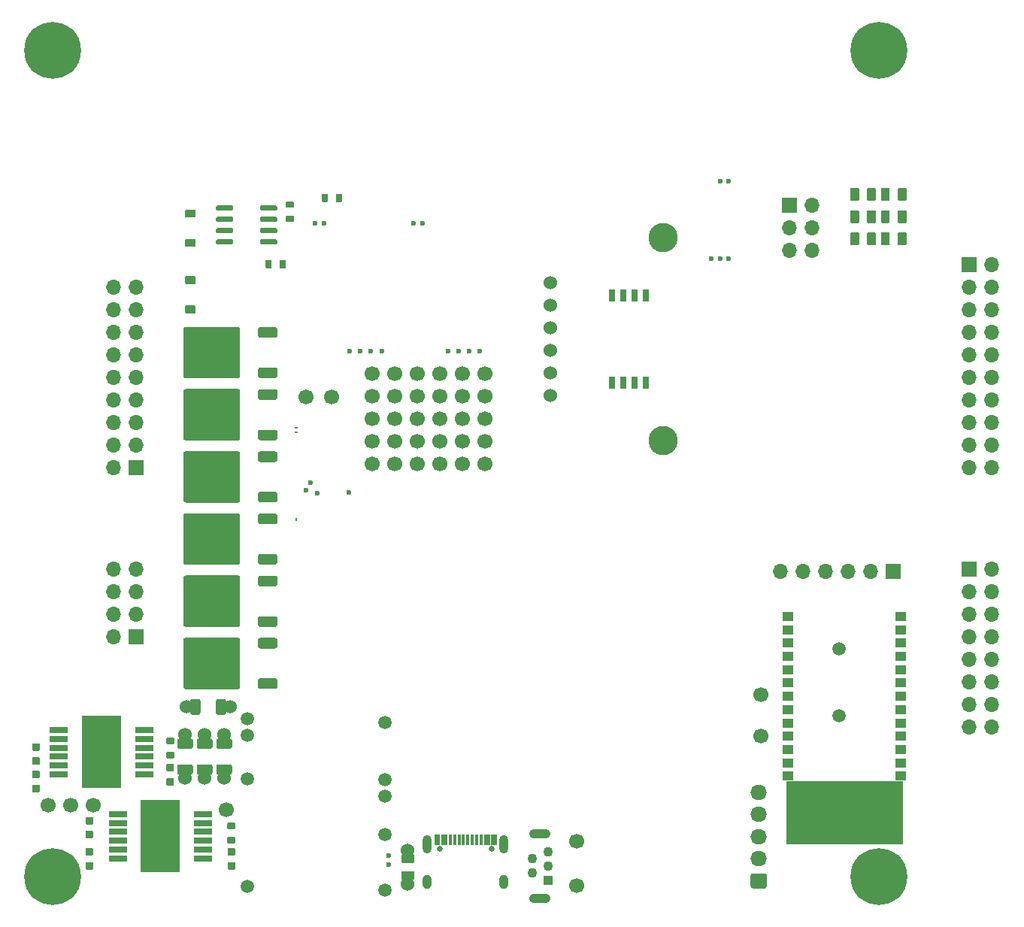
<source format=gts>
G04 #@! TF.GenerationSoftware,KiCad,Pcbnew,8.0.5-8.0.5-0~ubuntu22.04.1*
G04 #@! TF.CreationDate,2024-10-08T11:15:23+00:00*
G04 #@! TF.ProjectId,uefi2,75656669-322e-46b6-9963-61645f706362,C*
G04 #@! TF.SameCoordinates,Original*
G04 #@! TF.FileFunction,Soldermask,Top*
G04 #@! TF.FilePolarity,Negative*
%FSLAX46Y46*%
G04 Gerber Fmt 4.6, Leading zero omitted, Abs format (unit mm)*
G04 Created by KiCad (PCBNEW 8.0.5-8.0.5-0~ubuntu22.04.1) date 2024-10-08 11:15:23*
%MOMM*%
%LPD*%
G01*
G04 APERTURE LIST*
%ADD10C,0.120000*%
%ADD11C,1.700000*%
%ADD12R,1.700000X1.700000*%
%ADD13O,1.700000X1.700000*%
%ADD14C,0.800000*%
%ADD15C,6.400000*%
%ADD16C,1.524000*%
%ADD17O,1.850000X1.700000*%
%ADD18C,0.600000*%
%ADD19R,1.100000X1.100000*%
%ADD20C,1.100000*%
%ADD21O,2.400000X1.100000*%
%ADD22C,1.500000*%
%ADD23O,0.250000X0.499999*%
%ADD24O,0.499999X0.250000*%
%ADD25C,0.599999*%
%ADD26R,1.300000X1.000000*%
%ADD27R,2.000000X0.650000*%
%ADD28R,4.500000X8.100000*%
%ADD29C,0.650000*%
%ADD30R,0.300000X1.150000*%
%ADD31O,1.000000X2.100000*%
%ADD32O,1.000000X1.600000*%
%ADD33C,3.302000*%
%ADD34R,0.690000X1.350000*%
G04 APERTURE END LIST*
D10*
G04 #@! TO.C,U5*
X99150000Y7225000D02*
X86150000Y7225000D01*
X86150000Y14225000D01*
X99150000Y14225000D01*
X99150000Y7225000D01*
G36*
X99150000Y7225000D02*
G01*
X86150000Y7225000D01*
X86150000Y14225000D01*
X99150000Y14225000D01*
X99150000Y7225000D01*
G37*
G04 #@! TD*
G04 #@! TO.C,R40*
G36*
G01*
X96744378Y74691400D02*
X96744378Y75941400D01*
G75*
G02*
X96844378Y76041400I100000J0D01*
G01*
X97644378Y76041400D01*
G75*
G02*
X97744378Y75941400I0J-100000D01*
G01*
X97744378Y74691400D01*
G75*
G02*
X97644378Y74591400I-100000J0D01*
G01*
X96844378Y74591400D01*
G75*
G02*
X96744378Y74691400I0J100000D01*
G01*
G37*
G36*
G01*
X98644400Y74691400D02*
X98644400Y75941400D01*
G75*
G02*
X98744400Y76041400I100000J0D01*
G01*
X99544400Y76041400D01*
G75*
G02*
X99644400Y75941400I0J-100000D01*
G01*
X99644400Y74691400D01*
G75*
G02*
X99544400Y74591400I-100000J0D01*
G01*
X98744400Y74591400D01*
G75*
G02*
X98644400Y74691400I0J100000D01*
G01*
G37*
G04 #@! TD*
G04 #@! TO.C,U7*
G36*
G01*
X28775000Y75110000D02*
X28775000Y74810000D01*
G75*
G02*
X28625000Y74660000I-150000J0D01*
G01*
X26975000Y74660000D01*
G75*
G02*
X26825000Y74810000I0J150000D01*
G01*
X26825000Y75110000D01*
G75*
G02*
X26975000Y75260000I150000J0D01*
G01*
X28625000Y75260000D01*
G75*
G02*
X28775000Y75110000I0J-150000D01*
G01*
G37*
G36*
G01*
X28775000Y76380000D02*
X28775000Y76080000D01*
G75*
G02*
X28625000Y75930000I-150000J0D01*
G01*
X26975000Y75930000D01*
G75*
G02*
X26825000Y76080000I0J150000D01*
G01*
X26825000Y76380000D01*
G75*
G02*
X26975000Y76530000I150000J0D01*
G01*
X28625000Y76530000D01*
G75*
G02*
X28775000Y76380000I0J-150000D01*
G01*
G37*
G36*
G01*
X28775000Y77650000D02*
X28775000Y77350000D01*
G75*
G02*
X28625000Y77200000I-150000J0D01*
G01*
X26975000Y77200000D01*
G75*
G02*
X26825000Y77350000I0J150000D01*
G01*
X26825000Y77650000D01*
G75*
G02*
X26975000Y77800000I150000J0D01*
G01*
X28625000Y77800000D01*
G75*
G02*
X28775000Y77650000I0J-150000D01*
G01*
G37*
G36*
G01*
X28775000Y78920000D02*
X28775000Y78620000D01*
G75*
G02*
X28625000Y78470000I-150000J0D01*
G01*
X26975000Y78470000D01*
G75*
G02*
X26825000Y78620000I0J150000D01*
G01*
X26825000Y78920000D01*
G75*
G02*
X26975000Y79070000I150000J0D01*
G01*
X28625000Y79070000D01*
G75*
G02*
X28775000Y78920000I0J-150000D01*
G01*
G37*
G36*
G01*
X23825000Y78920000D02*
X23825000Y78620000D01*
G75*
G02*
X23675000Y78470000I-150000J0D01*
G01*
X22025000Y78470000D01*
G75*
G02*
X21875000Y78620000I0J150000D01*
G01*
X21875000Y78920000D01*
G75*
G02*
X22025000Y79070000I150000J0D01*
G01*
X23675000Y79070000D01*
G75*
G02*
X23825000Y78920000I0J-150000D01*
G01*
G37*
G36*
G01*
X23825000Y77650000D02*
X23825000Y77350000D01*
G75*
G02*
X23675000Y77200000I-150000J0D01*
G01*
X22025000Y77200000D01*
G75*
G02*
X21875000Y77350000I0J150000D01*
G01*
X21875000Y77650000D01*
G75*
G02*
X22025000Y77800000I150000J0D01*
G01*
X23675000Y77800000D01*
G75*
G02*
X23825000Y77650000I0J-150000D01*
G01*
G37*
G36*
G01*
X23825000Y76380000D02*
X23825000Y76080000D01*
G75*
G02*
X23675000Y75930000I-150000J0D01*
G01*
X22025000Y75930000D01*
G75*
G02*
X21875000Y76080000I0J150000D01*
G01*
X21875000Y76380000D01*
G75*
G02*
X22025000Y76530000I150000J0D01*
G01*
X23675000Y76530000D01*
G75*
G02*
X23825000Y76380000I0J-150000D01*
G01*
G37*
G36*
G01*
X23825000Y75110000D02*
X23825000Y74810000D01*
G75*
G02*
X23675000Y74660000I-150000J0D01*
G01*
X22025000Y74660000D01*
G75*
G02*
X21875000Y74810000I0J150000D01*
G01*
X21875000Y75110000D01*
G75*
G02*
X22025000Y75260000I150000J0D01*
G01*
X23675000Y75260000D01*
G75*
G02*
X23825000Y75110000I0J-150000D01*
G01*
G37*
G04 #@! TD*
G04 #@! TO.C,C24*
G36*
G01*
X7260000Y10215001D02*
X7940000Y10215001D01*
G75*
G02*
X8025000Y10130001I0J-85000D01*
G01*
X8025000Y9450001D01*
G75*
G02*
X7940000Y9365001I-85000J0D01*
G01*
X7260000Y9365001D01*
G75*
G02*
X7175000Y9450001I0J85000D01*
G01*
X7175000Y10130001D01*
G75*
G02*
X7260000Y10215001I85000J0D01*
G01*
G37*
G36*
G01*
X7260000Y8634999D02*
X7940000Y8634999D01*
G75*
G02*
X8025000Y8549999I0J-85000D01*
G01*
X8025000Y7869999D01*
G75*
G02*
X7940000Y7784999I-85000J0D01*
G01*
X7260000Y7784999D01*
G75*
G02*
X7175000Y7869999I0J85000D01*
G01*
X7175000Y8549999D01*
G75*
G02*
X7260000Y8634999I85000J0D01*
G01*
G37*
G04 #@! TD*
G04 #@! TO.C,R39*
G36*
G01*
X96744378Y77191400D02*
X96744378Y78441400D01*
G75*
G02*
X96844378Y78541400I100000J0D01*
G01*
X97644378Y78541400D01*
G75*
G02*
X97744378Y78441400I0J-100000D01*
G01*
X97744378Y77191400D01*
G75*
G02*
X97644378Y77091400I-100000J0D01*
G01*
X96844378Y77091400D01*
G75*
G02*
X96744378Y77191400I0J100000D01*
G01*
G37*
G36*
G01*
X98644400Y77191400D02*
X98644400Y78441400D01*
G75*
G02*
X98744400Y78541400I100000J0D01*
G01*
X99544400Y78541400D01*
G75*
G02*
X99644400Y78441400I0J-100000D01*
G01*
X99644400Y77191400D01*
G75*
G02*
X99544400Y77091400I-100000J0D01*
G01*
X98744400Y77091400D01*
G75*
G02*
X98644400Y77191400I0J100000D01*
G01*
G37*
G04 #@! TD*
G04 #@! TO.C,Q10*
G36*
G01*
X28800000Y39570000D02*
X28800000Y38870000D01*
G75*
G02*
X28550000Y38620000I-250000J0D01*
G01*
X26850000Y38620000D01*
G75*
G02*
X26600000Y38870000I0J250000D01*
G01*
X26600000Y39570000D01*
G75*
G02*
X26850000Y39820000I250000J0D01*
G01*
X28550000Y39820000D01*
G75*
G02*
X28800000Y39570000I0J-250000D01*
G01*
G37*
G36*
G01*
X24600000Y44150003D02*
X24600000Y38849997D01*
G75*
G02*
X24350003Y38600000I-249997J0D01*
G01*
X18449997Y38600000D01*
G75*
G02*
X18200000Y38849997I0J249997D01*
G01*
X18200000Y44150003D01*
G75*
G02*
X18449997Y44400000I249997J0D01*
G01*
X24350003Y44400000D01*
G75*
G02*
X24600000Y44150003I0J-249997D01*
G01*
G37*
G36*
G01*
X28800000Y44130000D02*
X28800000Y43430000D01*
G75*
G02*
X28550000Y43180000I-250000J0D01*
G01*
X26850000Y43180000D01*
G75*
G02*
X26600000Y43430000I0J250000D01*
G01*
X26600000Y44130000D01*
G75*
G02*
X26850000Y44380000I250000J0D01*
G01*
X28550000Y44380000D01*
G75*
G02*
X28800000Y44130000I0J-250000D01*
G01*
G37*
G04 #@! TD*
D11*
G04 #@! TO.C,P8*
X83200000Y19300000D03*
G04 #@! TD*
G04 #@! TO.C,Q7*
G36*
G01*
X28800000Y60570000D02*
X28800000Y59870000D01*
G75*
G02*
X28550000Y59620000I-250000J0D01*
G01*
X26850000Y59620000D01*
G75*
G02*
X26600000Y59870000I0J250000D01*
G01*
X26600000Y60570000D01*
G75*
G02*
X26850000Y60820000I250000J0D01*
G01*
X28550000Y60820000D01*
G75*
G02*
X28800000Y60570000I0J-250000D01*
G01*
G37*
G36*
G01*
X24600000Y65150003D02*
X24600000Y59849997D01*
G75*
G02*
X24350003Y59600000I-249997J0D01*
G01*
X18449997Y59600000D01*
G75*
G02*
X18200000Y59849997I0J249997D01*
G01*
X18200000Y65150003D01*
G75*
G02*
X18449997Y65400000I249997J0D01*
G01*
X24350003Y65400000D01*
G75*
G02*
X24600000Y65150003I0J-249997D01*
G01*
G37*
G36*
G01*
X28800000Y65130000D02*
X28800000Y64430000D01*
G75*
G02*
X28550000Y64180000I-250000J0D01*
G01*
X26850000Y64180000D01*
G75*
G02*
X26600000Y64430000I0J250000D01*
G01*
X26600000Y65130000D01*
G75*
G02*
X26850000Y65380000I250000J0D01*
G01*
X28550000Y65380000D01*
G75*
G02*
X28800000Y65130000I0J-250000D01*
G01*
G37*
G04 #@! TD*
G04 #@! TO.C,Q8*
G36*
G01*
X28800000Y53570000D02*
X28800000Y52870000D01*
G75*
G02*
X28550000Y52620000I-250000J0D01*
G01*
X26850000Y52620000D01*
G75*
G02*
X26600000Y52870000I0J250000D01*
G01*
X26600000Y53570000D01*
G75*
G02*
X26850000Y53820000I250000J0D01*
G01*
X28550000Y53820000D01*
G75*
G02*
X28800000Y53570000I0J-250000D01*
G01*
G37*
G36*
G01*
X24600000Y58150003D02*
X24600000Y52849997D01*
G75*
G02*
X24350003Y52600000I-249997J0D01*
G01*
X18449997Y52600000D01*
G75*
G02*
X18200000Y52849997I0J249997D01*
G01*
X18200000Y58150003D01*
G75*
G02*
X18449997Y58400000I249997J0D01*
G01*
X24350003Y58400000D01*
G75*
G02*
X24600000Y58150003I0J-249997D01*
G01*
G37*
G36*
G01*
X28800000Y58130000D02*
X28800000Y57430000D01*
G75*
G02*
X28550000Y57180000I-250000J0D01*
G01*
X26850000Y57180000D01*
G75*
G02*
X26600000Y57430000I0J250000D01*
G01*
X26600000Y58130000D01*
G75*
G02*
X26850000Y58380000I250000J0D01*
G01*
X28550000Y58380000D01*
G75*
G02*
X28800000Y58130000I0J-250000D01*
G01*
G37*
G04 #@! TD*
G04 #@! TO.C,P1*
X32000000Y57500000D03*
G04 #@! TD*
G04 #@! TO.C,C26*
G36*
G01*
X23260000Y6715001D02*
X23940000Y6715001D01*
G75*
G02*
X24025000Y6630001I0J-85000D01*
G01*
X24025000Y5950001D01*
G75*
G02*
X23940000Y5865001I-85000J0D01*
G01*
X23260000Y5865001D01*
G75*
G02*
X23175000Y5950001I0J85000D01*
G01*
X23175000Y6630001D01*
G75*
G02*
X23260000Y6715001I85000J0D01*
G01*
G37*
G36*
G01*
X23260000Y5134999D02*
X23940000Y5134999D01*
G75*
G02*
X24025000Y5049999I0J-85000D01*
G01*
X24025000Y4369999D01*
G75*
G02*
X23940000Y4284999I-85000J0D01*
G01*
X23260000Y4284999D01*
G75*
G02*
X23175000Y4369999I0J85000D01*
G01*
X23175000Y5049999D01*
G75*
G02*
X23260000Y5134999I85000J0D01*
G01*
G37*
G04 #@! TD*
G04 #@! TO.C,R1*
G36*
G01*
X36082497Y80315000D02*
X36082497Y79535000D01*
G75*
G02*
X36012497Y79465000I-70000J0D01*
G01*
X35452497Y79465000D01*
G75*
G02*
X35382497Y79535000I0J70000D01*
G01*
X35382497Y80315000D01*
G75*
G02*
X35452497Y80385000I70000J0D01*
G01*
X36012497Y80385000D01*
G75*
G02*
X36082497Y80315000I0J-70000D01*
G01*
G37*
G36*
G01*
X34482497Y80315000D02*
X34482497Y79535000D01*
G75*
G02*
X34412497Y79465000I-70000J0D01*
G01*
X33852497Y79465000D01*
G75*
G02*
X33782497Y79535000I0J70000D01*
G01*
X33782497Y80315000D01*
G75*
G02*
X33852497Y80385000I70000J0D01*
G01*
X34412497Y80385000D01*
G75*
G02*
X34482497Y80315000I0J-70000D01*
G01*
G37*
G04 #@! TD*
G04 #@! TO.C,P2*
X34900000Y57500000D03*
G04 #@! TD*
D12*
G04 #@! TO.C,J2*
X106718000Y72370000D03*
D13*
X109258000Y72370000D03*
X106718000Y69830000D03*
X109258000Y69830000D03*
X106718000Y67290000D03*
X109258000Y67290000D03*
X106718000Y64750000D03*
X109258000Y64750000D03*
X106718000Y62210000D03*
X109258000Y62210000D03*
X106718000Y59670000D03*
X109258000Y59670000D03*
X106718000Y57130000D03*
X109258000Y57130000D03*
X106718000Y54590000D03*
X109258000Y54590000D03*
X106718000Y52050000D03*
X109258000Y52050000D03*
X106718000Y49510000D03*
X109258000Y49510000D03*
G04 #@! TD*
G04 #@! TO.C,C13*
G36*
G01*
X16385000Y16175001D02*
X17065000Y16175001D01*
G75*
G02*
X17150000Y16090001I0J-85000D01*
G01*
X17150000Y15410001D01*
G75*
G02*
X17065000Y15325001I-85000J0D01*
G01*
X16385000Y15325001D01*
G75*
G02*
X16300000Y15410001I0J85000D01*
G01*
X16300000Y16090001D01*
G75*
G02*
X16385000Y16175001I85000J0D01*
G01*
G37*
G36*
G01*
X16385000Y14594999D02*
X17065000Y14594999D01*
G75*
G02*
X17150000Y14509999I0J-85000D01*
G01*
X17150000Y13829999D01*
G75*
G02*
X17065000Y13744999I-85000J0D01*
G01*
X16385000Y13744999D01*
G75*
G02*
X16300000Y13829999I0J85000D01*
G01*
X16300000Y14509999D01*
G75*
G02*
X16385000Y14594999I85000J0D01*
G01*
G37*
G04 #@! TD*
D11*
G04 #@! TO.C,P15*
X5540000Y11500000D03*
G04 #@! TD*
D14*
G04 #@! TO.C,H1*
X1100000Y96500000D03*
X1802944Y98197056D03*
X1802944Y94802944D03*
X3500000Y98900000D03*
D15*
X3500000Y96500000D03*
D14*
X3500000Y94100000D03*
X5197056Y98197056D03*
X5197056Y94802944D03*
X5900000Y96500000D03*
G04 #@! TD*
G04 #@! TO.C,H4*
X94100000Y96500000D03*
X94802944Y98197056D03*
X94802944Y94802944D03*
X96500000Y98900000D03*
D15*
X96500000Y96500000D03*
D14*
X96500000Y94100000D03*
X98197056Y98197056D03*
X98197056Y94802944D03*
X98900000Y96500000D03*
G04 #@! TD*
D16*
G04 #@! TO.C,F4*
X18400000Y19450000D03*
G36*
G01*
X17500000Y18105010D02*
X17500000Y18795010D01*
G75*
G02*
X17730000Y19025010I230000J0D01*
G01*
X19070000Y19025010D01*
G75*
G02*
X19300000Y18795010I0J-230000D01*
G01*
X19300000Y18105010D01*
G75*
G02*
X19070000Y17875010I-230000J0D01*
G01*
X17730000Y17875010D01*
G75*
G02*
X17500000Y18105010I0J230000D01*
G01*
G37*
G36*
G01*
X17500000Y15204990D02*
X17500000Y15894990D01*
G75*
G02*
X17730000Y16124990I230000J0D01*
G01*
X19070000Y16124990D01*
G75*
G02*
X19300000Y15894990I0J-230000D01*
G01*
X19300000Y15204990D01*
G75*
G02*
X19070000Y14974990I-230000J0D01*
G01*
X17730000Y14974990D01*
G75*
G02*
X17500000Y15204990I0J230000D01*
G01*
G37*
X18400000Y14550000D03*
G04 #@! TD*
G04 #@! TO.C,R37*
G36*
G01*
X93294378Y74691400D02*
X93294378Y75941400D01*
G75*
G02*
X93394378Y76041400I100000J0D01*
G01*
X94194378Y76041400D01*
G75*
G02*
X94294378Y75941400I0J-100000D01*
G01*
X94294378Y74691400D01*
G75*
G02*
X94194378Y74591400I-100000J0D01*
G01*
X93394378Y74591400D01*
G75*
G02*
X93294378Y74691400I0J100000D01*
G01*
G37*
G36*
G01*
X95194400Y74691400D02*
X95194400Y75941400D01*
G75*
G02*
X95294400Y76041400I100000J0D01*
G01*
X96094400Y76041400D01*
G75*
G02*
X96194400Y75941400I0J-100000D01*
G01*
X96194400Y74691400D01*
G75*
G02*
X96094400Y74591400I-100000J0D01*
G01*
X95294400Y74591400D01*
G75*
G02*
X95194400Y74691400I0J100000D01*
G01*
G37*
G04 #@! TD*
G04 #@! TO.C,C11*
G36*
G01*
X1260000Y18515001D02*
X1940000Y18515001D01*
G75*
G02*
X2025000Y18430001I0J-85000D01*
G01*
X2025000Y17750001D01*
G75*
G02*
X1940000Y17665001I-85000J0D01*
G01*
X1260000Y17665001D01*
G75*
G02*
X1175000Y17750001I0J85000D01*
G01*
X1175000Y18430001D01*
G75*
G02*
X1260000Y18515001I85000J0D01*
G01*
G37*
G36*
G01*
X1260000Y16934999D02*
X1940000Y16934999D01*
G75*
G02*
X2025000Y16849999I0J-85000D01*
G01*
X2025000Y16169999D01*
G75*
G02*
X1940000Y16084999I-85000J0D01*
G01*
X1260000Y16084999D01*
G75*
G02*
X1175000Y16169999I0J85000D01*
G01*
X1175000Y16849999D01*
G75*
G02*
X1260000Y16934999I85000J0D01*
G01*
G37*
G04 #@! TD*
G04 #@! TO.C,J7*
G36*
G01*
X83675000Y2150000D02*
X82325000Y2150000D01*
G75*
G02*
X82075000Y2400000I0J250000D01*
G01*
X82075000Y3600000D01*
G75*
G02*
X82325000Y3850000I250000J0D01*
G01*
X83675000Y3850000D01*
G75*
G02*
X83925000Y3600000I0J-250000D01*
G01*
X83925000Y2400000D01*
G75*
G02*
X83675000Y2150000I-250000J0D01*
G01*
G37*
D17*
X83000000Y5500000D03*
X83000000Y8000000D03*
X83000000Y10500000D03*
X83000000Y13000000D03*
G04 #@! TD*
D11*
G04 #@! TO.C,P4*
X62500000Y7500000D03*
G04 #@! TD*
D14*
G04 #@! TO.C,H2*
X1100000Y3500000D03*
X1802944Y5197056D03*
X1802944Y1802944D03*
X3500000Y5900000D03*
D15*
X3500000Y3500000D03*
D14*
X3500000Y1100000D03*
X5197056Y5197056D03*
X5197056Y1802944D03*
X5900000Y3500000D03*
G04 #@! TD*
D18*
G04 #@! TO.C,M3*
X49175000Y62675000D03*
X47975000Y62675000D03*
X50375000Y62675000D03*
X51575000Y62675000D03*
X45115000Y77100000D03*
X44115000Y77100000D03*
G04 #@! TD*
G04 #@! TO.C,R10*
G36*
G01*
X29750000Y72840000D02*
X29750000Y72060000D01*
G75*
G02*
X29680000Y71990000I-70000J0D01*
G01*
X29120000Y71990000D01*
G75*
G02*
X29050000Y72060000I0J70000D01*
G01*
X29050000Y72840000D01*
G75*
G02*
X29120000Y72910000I70000J0D01*
G01*
X29680000Y72910000D01*
G75*
G02*
X29750000Y72840000I0J-70000D01*
G01*
G37*
G36*
G01*
X28150000Y72840000D02*
X28150000Y72060000D01*
G75*
G02*
X28080000Y71990000I-70000J0D01*
G01*
X27520000Y71990000D01*
G75*
G02*
X27450000Y72060000I0J70000D01*
G01*
X27450000Y72840000D01*
G75*
G02*
X27520000Y72910000I70000J0D01*
G01*
X28080000Y72910000D01*
G75*
G02*
X28150000Y72840000I0J-70000D01*
G01*
G37*
G04 #@! TD*
D11*
G04 #@! TO.C,P17*
X3000000Y11500000D03*
G04 #@! TD*
D19*
G04 #@! TO.C,J8*
X59250000Y3100000D03*
D20*
X57500000Y3900000D03*
X59250000Y4700000D03*
X57500000Y5500000D03*
X59250000Y6300000D03*
D21*
X58375000Y1050000D03*
X58375000Y8350000D03*
G04 #@! TD*
D16*
G04 #@! TO.C,F3*
X20600000Y19450000D03*
G36*
G01*
X19700000Y18105010D02*
X19700000Y18795010D01*
G75*
G02*
X19930000Y19025010I230000J0D01*
G01*
X21270000Y19025010D01*
G75*
G02*
X21500000Y18795010I0J-230000D01*
G01*
X21500000Y18105010D01*
G75*
G02*
X21270000Y17875010I-230000J0D01*
G01*
X19930000Y17875010D01*
G75*
G02*
X19700000Y18105010I0J230000D01*
G01*
G37*
G36*
G01*
X19700000Y15204990D02*
X19700000Y15894990D01*
G75*
G02*
X19930000Y16124990I230000J0D01*
G01*
X21270000Y16124990D01*
G75*
G02*
X21500000Y15894990I0J-230000D01*
G01*
X21500000Y15204990D01*
G75*
G02*
X21270000Y14974990I-230000J0D01*
G01*
X19930000Y14974990D01*
G75*
G02*
X19700000Y15204990I0J230000D01*
G01*
G37*
X20600000Y14550000D03*
G04 #@! TD*
D18*
G04 #@! TO.C,M2*
X79574999Y73125000D03*
X78624999Y73125000D03*
X77675001Y73125000D03*
X78674999Y81825000D03*
X79574999Y81825000D03*
G04 #@! TD*
G04 #@! TO.C,C25*
G36*
G01*
X7940000Y4284999D02*
X7260000Y4284999D01*
G75*
G02*
X7175000Y4369999I0J85000D01*
G01*
X7175000Y5049999D01*
G75*
G02*
X7260000Y5134999I85000J0D01*
G01*
X7940000Y5134999D01*
G75*
G02*
X8025000Y5049999I0J-85000D01*
G01*
X8025000Y4369999D01*
G75*
G02*
X7940000Y4284999I-85000J0D01*
G01*
G37*
G36*
G01*
X7940000Y5865001D02*
X7260000Y5865001D01*
G75*
G02*
X7175000Y5950001I0J85000D01*
G01*
X7175000Y6630001D01*
G75*
G02*
X7260000Y6715001I85000J0D01*
G01*
X7940000Y6715001D01*
G75*
G02*
X8025000Y6630001I0J-85000D01*
G01*
X8025000Y5950001D01*
G75*
G02*
X7940000Y5865001I-85000J0D01*
G01*
G37*
G04 #@! TD*
D11*
G04 #@! TO.C,P18*
X23000000Y11000000D03*
G04 #@! TD*
D22*
G04 #@! TO.C,M1*
X40874995Y20824999D03*
X40874995Y14425002D03*
X40874995Y12524999D03*
X40874995Y8224999D03*
D18*
X41324994Y5825002D03*
X41324994Y4825001D03*
D22*
X40874995Y1974999D03*
X25374998Y21275001D03*
X25374998Y19425002D03*
X25374998Y14474999D03*
X25374998Y2425001D03*
G04 #@! TD*
D12*
G04 #@! TO.C,J3*
X86448800Y79101000D03*
D13*
X88988800Y79101000D03*
X86448800Y76561000D03*
X88988800Y76561000D03*
X86448800Y74021000D03*
X88988800Y74021000D03*
G04 #@! TD*
G04 #@! TO.C,Q12*
G36*
G01*
X28800000Y25570000D02*
X28800000Y24870000D01*
G75*
G02*
X28550000Y24620000I-250000J0D01*
G01*
X26850000Y24620000D01*
G75*
G02*
X26600000Y24870000I0J250000D01*
G01*
X26600000Y25570000D01*
G75*
G02*
X26850000Y25820000I250000J0D01*
G01*
X28550000Y25820000D01*
G75*
G02*
X28800000Y25570000I0J-250000D01*
G01*
G37*
G36*
G01*
X24600000Y30150003D02*
X24600000Y24849997D01*
G75*
G02*
X24350003Y24600000I-249997J0D01*
G01*
X18449997Y24600000D01*
G75*
G02*
X18200000Y24849997I0J249997D01*
G01*
X18200000Y30150003D01*
G75*
G02*
X18449997Y30400000I249997J0D01*
G01*
X24350003Y30400000D01*
G75*
G02*
X24600000Y30150003I0J-249997D01*
G01*
G37*
G36*
G01*
X28800000Y30130000D02*
X28800000Y29430000D01*
G75*
G02*
X28550000Y29180000I-250000J0D01*
G01*
X26850000Y29180000D01*
G75*
G02*
X26600000Y29430000I0J250000D01*
G01*
X26600000Y30130000D01*
G75*
G02*
X26850000Y30380000I250000J0D01*
G01*
X28550000Y30380000D01*
G75*
G02*
X28800000Y30130000I0J-250000D01*
G01*
G37*
G04 #@! TD*
D23*
G04 #@! TO.C,M7*
X30900003Y43675005D03*
D24*
X30950001Y54024999D03*
X30950001Y53524998D03*
D25*
X31999999Y46975001D03*
X32524999Y47850003D03*
X33274997Y46674999D03*
X36824998Y46750002D03*
G04 #@! TD*
G04 #@! TO.C,R9*
G36*
G01*
X16335000Y19110000D02*
X17115000Y19110000D01*
G75*
G02*
X17185000Y19040000I0J-70000D01*
G01*
X17185000Y18480000D01*
G75*
G02*
X17115000Y18410000I-70000J0D01*
G01*
X16335000Y18410000D01*
G75*
G02*
X16265000Y18480000I0J70000D01*
G01*
X16265000Y19040000D01*
G75*
G02*
X16335000Y19110000I70000J0D01*
G01*
G37*
G36*
G01*
X16335000Y17510000D02*
X17115000Y17510000D01*
G75*
G02*
X17185000Y17440000I0J-70000D01*
G01*
X17185000Y16880000D01*
G75*
G02*
X17115000Y16810000I-70000J0D01*
G01*
X16335000Y16810000D01*
G75*
G02*
X16265000Y16880000I0J70000D01*
G01*
X16265000Y17440000D01*
G75*
G02*
X16335000Y17510000I70000J0D01*
G01*
G37*
G04 #@! TD*
G04 #@! TO.C,Q9*
G36*
G01*
X28800000Y46570000D02*
X28800000Y45870000D01*
G75*
G02*
X28550000Y45620000I-250000J0D01*
G01*
X26850000Y45620000D01*
G75*
G02*
X26600000Y45870000I0J250000D01*
G01*
X26600000Y46570000D01*
G75*
G02*
X26850000Y46820000I250000J0D01*
G01*
X28550000Y46820000D01*
G75*
G02*
X28800000Y46570000I0J-250000D01*
G01*
G37*
G36*
G01*
X24600000Y51150003D02*
X24600000Y45849997D01*
G75*
G02*
X24350003Y45600000I-249997J0D01*
G01*
X18449997Y45600000D01*
G75*
G02*
X18200000Y45849997I0J249997D01*
G01*
X18200000Y51150003D01*
G75*
G02*
X18449997Y51400000I249997J0D01*
G01*
X24350003Y51400000D01*
G75*
G02*
X24600000Y51150003I0J-249997D01*
G01*
G37*
G36*
G01*
X28800000Y51130000D02*
X28800000Y50430000D01*
G75*
G02*
X28550000Y50180000I-250000J0D01*
G01*
X26850000Y50180000D01*
G75*
G02*
X26600000Y50430000I0J250000D01*
G01*
X26600000Y51130000D01*
G75*
G02*
X26850000Y51380000I250000J0D01*
G01*
X28550000Y51380000D01*
G75*
G02*
X28800000Y51130000I0J-250000D01*
G01*
G37*
G04 #@! TD*
D26*
G04 #@! TO.C,U5*
X99000000Y14800000D03*
X99000000Y16300000D03*
X99000000Y17800000D03*
X99000000Y19300000D03*
X99000000Y20800000D03*
X99000000Y22300000D03*
X99000000Y23800000D03*
X99000000Y25300000D03*
X99000000Y26800000D03*
X99000000Y28300000D03*
X99000000Y29800000D03*
X99000000Y31300000D03*
X99000000Y32800000D03*
X86300000Y32800000D03*
X86300000Y31300000D03*
X86300000Y29800000D03*
X86300000Y28300000D03*
X86300000Y26800000D03*
X86300000Y25300000D03*
X86300000Y23800000D03*
X86300000Y22300000D03*
X86300000Y20800000D03*
X86300000Y19300000D03*
X86300000Y17800000D03*
X86300000Y16300000D03*
X86300000Y14800000D03*
G04 #@! TD*
G04 #@! TO.C,R35*
G36*
G01*
X93294378Y79691400D02*
X93294378Y80941400D01*
G75*
G02*
X93394378Y81041400I100000J0D01*
G01*
X94194378Y81041400D01*
G75*
G02*
X94294378Y80941400I0J-100000D01*
G01*
X94294378Y79691400D01*
G75*
G02*
X94194378Y79591400I-100000J0D01*
G01*
X93394378Y79591400D01*
G75*
G02*
X93294378Y79691400I0J100000D01*
G01*
G37*
G36*
G01*
X95194400Y79691400D02*
X95194400Y80941400D01*
G75*
G02*
X95294400Y81041400I100000J0D01*
G01*
X96094400Y81041400D01*
G75*
G02*
X96194400Y80941400I0J-100000D01*
G01*
X96194400Y79691400D01*
G75*
G02*
X96094400Y79591400I-100000J0D01*
G01*
X95294400Y79591400D01*
G75*
G02*
X95194400Y79691400I0J100000D01*
G01*
G37*
G04 #@! TD*
D16*
G04 #@! TO.C,F1*
X22800000Y19450000D03*
G36*
G01*
X21900000Y18105010D02*
X21900000Y18795010D01*
G75*
G02*
X22130000Y19025010I230000J0D01*
G01*
X23470000Y19025010D01*
G75*
G02*
X23700000Y18795010I0J-230000D01*
G01*
X23700000Y18105010D01*
G75*
G02*
X23470000Y17875010I-230000J0D01*
G01*
X22130000Y17875010D01*
G75*
G02*
X21900000Y18105010I0J230000D01*
G01*
G37*
G36*
G01*
X21900000Y15204990D02*
X21900000Y15894990D01*
G75*
G02*
X22130000Y16124990I230000J0D01*
G01*
X23470000Y16124990D01*
G75*
G02*
X23700000Y15894990I0J-230000D01*
G01*
X23700000Y15204990D01*
G75*
G02*
X23470000Y14974990I-230000J0D01*
G01*
X22130000Y14974990D01*
G75*
G02*
X21900000Y15204990I0J230000D01*
G01*
G37*
X22800000Y14550000D03*
G04 #@! TD*
D11*
G04 #@! TO.C,G3*
X39500000Y49960000D03*
X39500000Y52500000D03*
X39500000Y55040000D03*
X39500000Y57580000D03*
X39500000Y60120000D03*
X42040000Y49960000D03*
X42040000Y52500000D03*
X42040000Y55040000D03*
X42040000Y57580000D03*
X42040000Y60120000D03*
X44580000Y49960000D03*
X44580000Y52500000D03*
X44580000Y55040000D03*
X44580000Y57580000D03*
X44580000Y60120000D03*
G04 #@! TD*
G04 #@! TO.C,P3*
X62500000Y2500000D03*
G04 #@! TD*
D16*
G04 #@! TO.C,R4*
X43474609Y6474609D03*
G36*
G01*
X42849609Y6019610D02*
X44099609Y6019610D01*
G75*
G02*
X44199609Y5919610I0J-100000D01*
G01*
X44199609Y5119610D01*
G75*
G02*
X44099609Y5019610I-100000J0D01*
G01*
X42849609Y5019610D01*
G75*
G02*
X42749609Y5119610I0J100000D01*
G01*
X42749609Y5919610D01*
G75*
G02*
X42849609Y6019610I100000J0D01*
G01*
G37*
G36*
G01*
X42849609Y4119588D02*
X44099609Y4119588D01*
G75*
G02*
X44199609Y4019588I0J-100000D01*
G01*
X44199609Y3219588D01*
G75*
G02*
X44099609Y3119588I-100000J0D01*
G01*
X42849609Y3119588D01*
G75*
G02*
X42749609Y3219588I0J100000D01*
G01*
X42749609Y4019588D01*
G75*
G02*
X42849609Y4119588I100000J0D01*
G01*
G37*
X43474609Y2664609D03*
G04 #@! TD*
G04 #@! TO.C,R11*
G36*
G01*
X29810000Y79500000D02*
X30590000Y79500000D01*
G75*
G02*
X30660000Y79430000I0J-70000D01*
G01*
X30660000Y78870000D01*
G75*
G02*
X30590000Y78800000I-70000J0D01*
G01*
X29810000Y78800000D01*
G75*
G02*
X29740000Y78870000I0J70000D01*
G01*
X29740000Y79430000D01*
G75*
G02*
X29810000Y79500000I70000J0D01*
G01*
G37*
G36*
G01*
X29810000Y77900000D02*
X30590000Y77900000D01*
G75*
G02*
X30660000Y77830000I0J-70000D01*
G01*
X30660000Y77270000D01*
G75*
G02*
X30590000Y77200000I-70000J0D01*
G01*
X29810000Y77200000D01*
G75*
G02*
X29740000Y77270000I0J70000D01*
G01*
X29740000Y77830000D01*
G75*
G02*
X29810000Y77900000I70000J0D01*
G01*
G37*
G04 #@! TD*
G04 #@! TO.C,D3*
G36*
G01*
X19510000Y74400000D02*
X18490000Y74400000D01*
G75*
G02*
X18400000Y74490000I0J90000D01*
G01*
X18400000Y75210000D01*
G75*
G02*
X18490000Y75300000I90000J0D01*
G01*
X19510000Y75300000D01*
G75*
G02*
X19600000Y75210000I0J-90000D01*
G01*
X19600000Y74490000D01*
G75*
G02*
X19510000Y74400000I-90000J0D01*
G01*
G37*
G36*
G01*
X19510000Y77700000D02*
X18490000Y77700000D01*
G75*
G02*
X18400000Y77790000I0J90000D01*
G01*
X18400000Y78510000D01*
G75*
G02*
X18490000Y78600000I90000J0D01*
G01*
X19510000Y78600000D01*
G75*
G02*
X19600000Y78510000I0J-90000D01*
G01*
X19600000Y77790000D01*
G75*
G02*
X19510000Y77700000I-90000J0D01*
G01*
G37*
G04 #@! TD*
G04 #@! TO.C,R38*
G36*
G01*
X96744378Y79691400D02*
X96744378Y80941400D01*
G75*
G02*
X96844378Y81041400I100000J0D01*
G01*
X97644378Y81041400D01*
G75*
G02*
X97744378Y80941400I0J-100000D01*
G01*
X97744378Y79691400D01*
G75*
G02*
X97644378Y79591400I-100000J0D01*
G01*
X96844378Y79591400D01*
G75*
G02*
X96744378Y79691400I0J100000D01*
G01*
G37*
G36*
G01*
X98644400Y79691400D02*
X98644400Y80941400D01*
G75*
G02*
X98744400Y81041400I100000J0D01*
G01*
X99544400Y81041400D01*
G75*
G02*
X99644400Y80941400I0J-100000D01*
G01*
X99644400Y79691400D01*
G75*
G02*
X99544400Y79591400I-100000J0D01*
G01*
X98744400Y79591400D01*
G75*
G02*
X98644400Y79691400I0J100000D01*
G01*
G37*
G04 #@! TD*
G04 #@! TO.C,R36*
G36*
G01*
X93294378Y77191400D02*
X93294378Y78441400D01*
G75*
G02*
X93394378Y78541400I100000J0D01*
G01*
X94194378Y78541400D01*
G75*
G02*
X94294378Y78441400I0J-100000D01*
G01*
X94294378Y77191400D01*
G75*
G02*
X94194378Y77091400I-100000J0D01*
G01*
X93394378Y77091400D01*
G75*
G02*
X93294378Y77191400I0J100000D01*
G01*
G37*
G36*
G01*
X95194400Y77191400D02*
X95194400Y78441400D01*
G75*
G02*
X95294400Y78541400I100000J0D01*
G01*
X96094400Y78541400D01*
G75*
G02*
X96194400Y78441400I0J-100000D01*
G01*
X96194400Y77191400D01*
G75*
G02*
X96094400Y77091400I-100000J0D01*
G01*
X95294400Y77091400D01*
G75*
G02*
X95194400Y77191400I0J100000D01*
G01*
G37*
G04 #@! TD*
D27*
G04 #@! TO.C,U1*
X4200000Y20000000D03*
X4200000Y19000000D03*
X4200000Y18000000D03*
X4200000Y17000000D03*
X4200000Y16000000D03*
X4200000Y15000000D03*
X13800000Y15000000D03*
X13800000Y16000000D03*
X13800000Y17000000D03*
X13800000Y18000000D03*
X13800000Y19000000D03*
X13800000Y20000000D03*
D28*
X9000000Y17500000D03*
G04 #@! TD*
D12*
G04 #@! TO.C,J4*
X12865000Y30460000D03*
D13*
X10325000Y30460000D03*
X12865000Y33000000D03*
X10325000Y33000000D03*
X12865000Y35540000D03*
X10325000Y35540000D03*
X12865000Y38080000D03*
X10325000Y38080000D03*
G04 #@! TD*
D27*
G04 #@! TO.C,U2*
X10825000Y10540000D03*
X10825000Y9540000D03*
X10825000Y8540000D03*
X10825000Y7540000D03*
X10825000Y6540000D03*
X10825000Y5540000D03*
X20425000Y5540000D03*
X20425000Y6540000D03*
X20425000Y7540000D03*
X20425000Y8540000D03*
X20425000Y9540000D03*
X20425000Y10540000D03*
D28*
X15625000Y8040000D03*
G04 #@! TD*
D11*
G04 #@! TO.C,P7*
X83200000Y24000000D03*
G04 #@! TD*
D12*
G04 #@! TO.C,J5*
X12865000Y49510000D03*
D13*
X10325000Y49510000D03*
X12865000Y52050000D03*
X10325000Y52050000D03*
X12865000Y54590000D03*
X10325000Y54590000D03*
X12865000Y57130000D03*
X10325000Y57130000D03*
X12865000Y59670000D03*
X10325000Y59670000D03*
X12865000Y62210000D03*
X10325000Y62210000D03*
X12865000Y64750000D03*
X10325000Y64750000D03*
X12865000Y67290000D03*
X10325000Y67290000D03*
X12865000Y69830000D03*
X10325000Y69830000D03*
G04 #@! TD*
G04 #@! TO.C,Q11*
G36*
G01*
X28800000Y32570000D02*
X28800000Y31870000D01*
G75*
G02*
X28550000Y31620000I-250000J0D01*
G01*
X26850000Y31620000D01*
G75*
G02*
X26600000Y31870000I0J250000D01*
G01*
X26600000Y32570000D01*
G75*
G02*
X26850000Y32820000I250000J0D01*
G01*
X28550000Y32820000D01*
G75*
G02*
X28800000Y32570000I0J-250000D01*
G01*
G37*
G36*
G01*
X24600000Y37150003D02*
X24600000Y31849997D01*
G75*
G02*
X24350003Y31600000I-249997J0D01*
G01*
X18449997Y31600000D01*
G75*
G02*
X18200000Y31849997I0J249997D01*
G01*
X18200000Y37150003D01*
G75*
G02*
X18449997Y37400000I249997J0D01*
G01*
X24350003Y37400000D01*
G75*
G02*
X24600000Y37150003I0J-249997D01*
G01*
G37*
G36*
G01*
X28800000Y37130000D02*
X28800000Y36430000D01*
G75*
G02*
X28550000Y36180000I-250000J0D01*
G01*
X26850000Y36180000D01*
G75*
G02*
X26600000Y36430000I0J250000D01*
G01*
X26600000Y37130000D01*
G75*
G02*
X26850000Y37380000I250000J0D01*
G01*
X28550000Y37380000D01*
G75*
G02*
X28800000Y37130000I0J-250000D01*
G01*
G37*
G04 #@! TD*
D29*
G04 #@! TO.C,J9*
X47110000Y6605000D03*
X52890000Y6605000D03*
D30*
X46650000Y7670000D03*
X47450000Y7670000D03*
X48750000Y7670000D03*
X49750000Y7670000D03*
X50250000Y7670000D03*
X51250000Y7670000D03*
X52550000Y7670000D03*
X53350000Y7670000D03*
X53050000Y7670000D03*
X52250000Y7670000D03*
X51750000Y7670000D03*
X50750000Y7670000D03*
X49250000Y7670000D03*
X48250000Y7670000D03*
X47750000Y7670000D03*
X46950000Y7670000D03*
D31*
X45680000Y7105000D03*
D32*
X45680000Y2925000D03*
D31*
X54320000Y7105000D03*
D32*
X54320000Y2925000D03*
G04 #@! TD*
D12*
G04 #@! TO.C,J10*
X106718000Y38080000D03*
D13*
X109258000Y38080000D03*
X106718000Y35540000D03*
X109258000Y35540000D03*
X106718000Y33000000D03*
X109258000Y33000000D03*
X106718000Y30460000D03*
X109258000Y30460000D03*
X106718000Y27920000D03*
X109258000Y27920000D03*
X106718000Y25380000D03*
X109258000Y25380000D03*
X106718000Y22840000D03*
X109258000Y22840000D03*
X106718000Y20300000D03*
X109258000Y20300000D03*
G04 #@! TD*
D14*
G04 #@! TO.C,H3*
X94100000Y3500000D03*
X94802944Y5197056D03*
X94802944Y1802944D03*
X96500000Y5900000D03*
D15*
X96500000Y3500000D03*
D14*
X96500000Y1100000D03*
X98197056Y5197056D03*
X98197056Y1802944D03*
X98900000Y3500000D03*
G04 #@! TD*
D18*
G04 #@! TO.C,M4*
X38125000Y62675000D03*
X36925000Y62675000D03*
X39325000Y62675000D03*
X40525000Y62675000D03*
X34065000Y77100000D03*
X33065000Y77100000D03*
G04 #@! TD*
D16*
G04 #@! TO.C,F2*
X18550000Y22600000D03*
G36*
G01*
X19894990Y21700000D02*
X19204990Y21700000D01*
G75*
G02*
X18974990Y21930000I0J230000D01*
G01*
X18974990Y23270000D01*
G75*
G02*
X19204990Y23500000I230000J0D01*
G01*
X19894990Y23500000D01*
G75*
G02*
X20124990Y23270000I0J-230000D01*
G01*
X20124990Y21930000D01*
G75*
G02*
X19894990Y21700000I-230000J0D01*
G01*
G37*
G36*
G01*
X22795010Y21700000D02*
X22105010Y21700000D01*
G75*
G02*
X21875010Y21930000I0J230000D01*
G01*
X21875010Y23270000D01*
G75*
G02*
X22105010Y23500000I230000J0D01*
G01*
X22795010Y23500000D01*
G75*
G02*
X23025010Y23270000I0J-230000D01*
G01*
X23025010Y21930000D01*
G75*
G02*
X22795010Y21700000I-230000J0D01*
G01*
G37*
X23450000Y22600000D03*
G04 #@! TD*
G04 #@! TO.C,D5*
G36*
G01*
X19510000Y66900000D02*
X18490000Y66900000D01*
G75*
G02*
X18400000Y66990000I0J90000D01*
G01*
X18400000Y67710000D01*
G75*
G02*
X18490000Y67800000I90000J0D01*
G01*
X19510000Y67800000D01*
G75*
G02*
X19600000Y67710000I0J-90000D01*
G01*
X19600000Y66990000D01*
G75*
G02*
X19510000Y66900000I-90000J0D01*
G01*
G37*
G36*
G01*
X19510000Y70200000D02*
X18490000Y70200000D01*
G75*
G02*
X18400000Y70290000I0J90000D01*
G01*
X18400000Y71010000D01*
G75*
G02*
X18490000Y71100000I90000J0D01*
G01*
X19510000Y71100000D01*
G75*
G02*
X19600000Y71010000I0J-90000D01*
G01*
X19600000Y70290000D01*
G75*
G02*
X19510000Y70200000I-90000J0D01*
G01*
G37*
G04 #@! TD*
D12*
G04 #@! TO.C,J6*
X98150000Y37900000D03*
D13*
X95610000Y37900000D03*
X93070000Y37900000D03*
X90530000Y37900000D03*
X87990000Y37900000D03*
X85450000Y37900000D03*
G04 #@! TD*
G04 #@! TO.C,R14*
G36*
G01*
X23210000Y9550000D02*
X23990000Y9550000D01*
G75*
G02*
X24060000Y9480000I0J-70000D01*
G01*
X24060000Y8920000D01*
G75*
G02*
X23990000Y8850000I-70000J0D01*
G01*
X23210000Y8850000D01*
G75*
G02*
X23140000Y8920000I0J70000D01*
G01*
X23140000Y9480000D01*
G75*
G02*
X23210000Y9550000I70000J0D01*
G01*
G37*
G36*
G01*
X23210000Y7950000D02*
X23990000Y7950000D01*
G75*
G02*
X24060000Y7880000I0J-70000D01*
G01*
X24060000Y7320000D01*
G75*
G02*
X23990000Y7250000I-70000J0D01*
G01*
X23210000Y7250000D01*
G75*
G02*
X23140000Y7320000I0J70000D01*
G01*
X23140000Y7880000D01*
G75*
G02*
X23210000Y7950000I70000J0D01*
G01*
G37*
G04 #@! TD*
D33*
G04 #@! TO.C,U3*
X72203250Y75430000D03*
X72203250Y52570000D03*
D34*
X70323250Y68942500D03*
X70323250Y59100000D03*
X69053250Y59100000D03*
X67783250Y59100000D03*
X66513250Y59100000D03*
D16*
X59503250Y70350000D03*
D34*
X66513250Y68942500D03*
X67783250Y68942500D03*
D16*
X59503250Y67810000D03*
D34*
X69053250Y68942500D03*
D16*
X59503250Y65270000D03*
X59503250Y62730000D03*
X59503250Y60190000D03*
X59503250Y57650000D03*
G04 #@! TD*
D11*
G04 #@! TO.C,P16*
X8080000Y11500000D03*
G04 #@! TD*
G04 #@! TO.C,C12*
G36*
G01*
X1940000Y12984999D02*
X1260000Y12984999D01*
G75*
G02*
X1175000Y13069999I0J85000D01*
G01*
X1175000Y13749999D01*
G75*
G02*
X1260000Y13834999I85000J0D01*
G01*
X1940000Y13834999D01*
G75*
G02*
X2025000Y13749999I0J-85000D01*
G01*
X2025000Y13069999D01*
G75*
G02*
X1940000Y12984999I-85000J0D01*
G01*
G37*
G36*
G01*
X1940000Y14565001D02*
X1260000Y14565001D01*
G75*
G02*
X1175000Y14650001I0J85000D01*
G01*
X1175000Y15330001D01*
G75*
G02*
X1260000Y15415001I85000J0D01*
G01*
X1940000Y15415001D01*
G75*
G02*
X2025000Y15330001I0J-85000D01*
G01*
X2025000Y14650001D01*
G75*
G02*
X1940000Y14565001I-85000J0D01*
G01*
G37*
G04 #@! TD*
G04 #@! TO.C,G4*
X47120000Y49960000D03*
X47120000Y52500000D03*
X47120000Y55040000D03*
X47120000Y57580000D03*
X47120000Y60120000D03*
X49660000Y49960000D03*
X49660000Y52500000D03*
X49660000Y55040000D03*
X49660000Y57580000D03*
X49660000Y60120000D03*
X52200000Y49960000D03*
X52200000Y52500000D03*
X52200000Y55040000D03*
X52200000Y57580000D03*
X52200000Y60120000D03*
G04 #@! TD*
D22*
G04 #@! TO.C,BT1*
X92000000Y21600142D03*
X92000000Y29100000D03*
G04 #@! TD*
M02*

</source>
